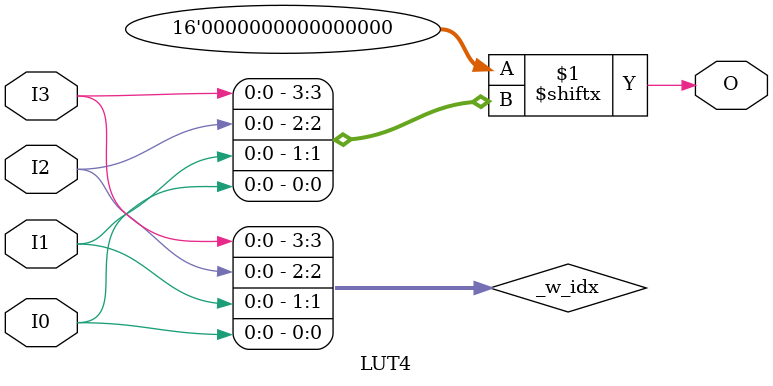
<source format=v>
`ifdef verilator3
`else
`timescale 1 ps / 1 ps
`endif

/* verilator coverage_off */
module LUT4
#(
    parameter [15:0] INIT = 16'h0000
)
(
    input  wire I0, I1, I2, I3,
    output wire O
);
    wire [3:0] _w_idx = { I3, I2, I1, I0 };
    
    assign O = INIT[_w_idx];

endmodule
/* verilator coverage_on */

</source>
